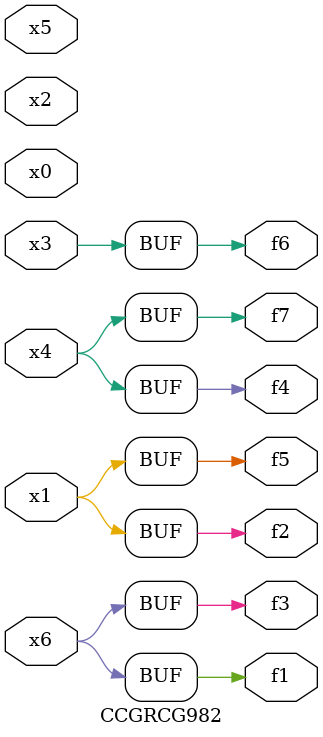
<source format=v>
module CCGRCG982(
	input x0, x1, x2, x3, x4, x5, x6,
	output f1, f2, f3, f4, f5, f6, f7
);
	assign f1 = x6;
	assign f2 = x1;
	assign f3 = x6;
	assign f4 = x4;
	assign f5 = x1;
	assign f6 = x3;
	assign f7 = x4;
endmodule

</source>
